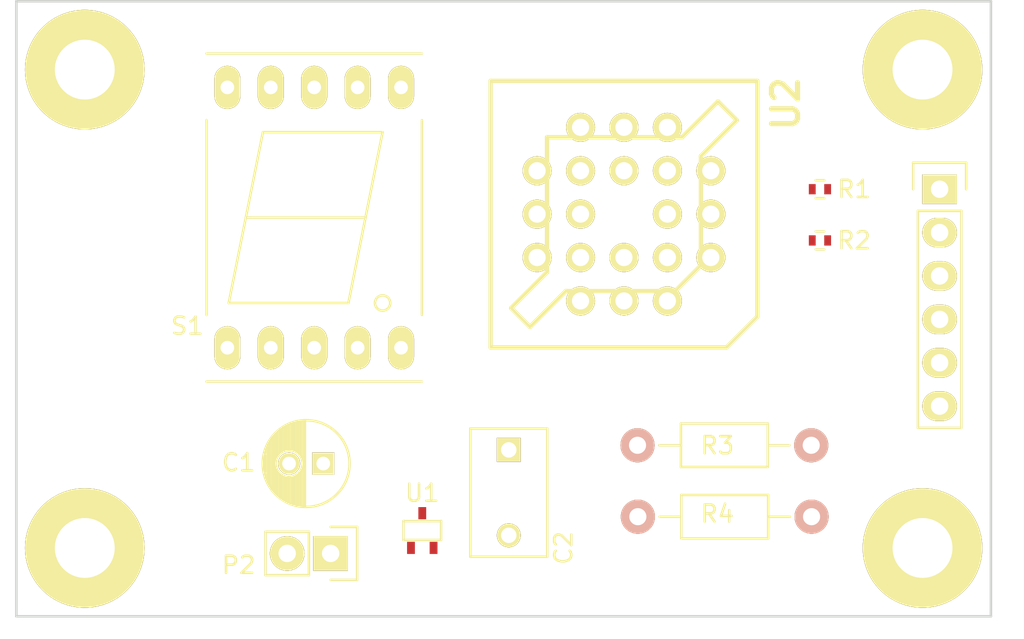
<source format=kicad_pcb>
(kicad_pcb (version 4) (host pcbnew 4.0.4+e1-6308~48~ubuntu16.04.1-stable)

  (general
    (links 31)
    (no_connects 31)
    (area 131.966667 98.924999 192.033334 136.575)
    (thickness 1.6)
    (drawings 4)
    (tracks 0)
    (zones 0)
    (modules 15)
    (nets 27)
  )

  (page A4)
  (layers
    (0 F.Cu signal)
    (1 In1.Cu signal)
    (2 In2.Cu signal)
    (31 B.Cu signal)
    (33 F.Adhes user)
    (35 F.Paste user)
    (37 F.SilkS user)
    (39 F.Mask user)
    (40 Dwgs.User user)
    (41 Cmts.User user)
    (42 Eco1.User user)
    (43 Eco2.User user)
    (44 Edge.Cuts user)
    (45 Margin user)
    (47 F.CrtYd user)
    (49 F.Fab user)
  )

  (setup
    (last_trace_width 0.25)
    (trace_clearance 0.2)
    (zone_clearance 0.508)
    (zone_45_only no)
    (trace_min 0.2)
    (segment_width 0.2)
    (edge_width 0.15)
    (via_size 0.6)
    (via_drill 0.4)
    (via_min_size 0.4)
    (via_min_drill 0.3)
    (user_via 1 0.7)
    (uvia_size 0.3)
    (uvia_drill 0.1)
    (uvias_allowed no)
    (uvia_min_size 0.2)
    (uvia_min_drill 0.1)
    (pcb_text_width 0.3)
    (pcb_text_size 1.5 1.5)
    (mod_edge_width 0.15)
    (mod_text_size 1 1)
    (mod_text_width 0.15)
    (pad_size 1.524 1.524)
    (pad_drill 0.762)
    (pad_to_mask_clearance 0.2)
    (aux_axis_origin 0 0)
    (visible_elements FFFEFF7F)
    (pcbplotparams
      (layerselection 0x00030_80000001)
      (usegerberextensions false)
      (excludeedgelayer true)
      (linewidth 0.100000)
      (plotframeref false)
      (viasonmask false)
      (mode 1)
      (useauxorigin false)
      (hpglpennumber 1)
      (hpglpenspeed 20)
      (hpglpendiameter 15)
      (hpglpenoverlay 2)
      (psnegative false)
      (psa4output false)
      (plotreference true)
      (plotvalue true)
      (plotinvisibletext false)
      (padsonsilk false)
      (subtractmaskfromsilk false)
      (outputformat 1)
      (mirror false)
      (drillshape 1)
      (scaleselection 1)
      (outputdirectory ""))
  )

  (net 0 "")
  (net 1 /12V)
  (net 2 GND)
  (net 3 +3V3)
  (net 4 "Net-(P1-Pad1)")
  (net 5 "Net-(P1-Pad2)")
  (net 6 /DIV)
  (net 7 "Net-(P1-Pad4)")
  (net 8 "Net-(P1-Pad5)")
  (net 9 "Net-(R1-Pad1)")
  (net 10 "Net-(R2-Pad1)")
  (net 11 "Net-(S1-Pad1)")
  (net 12 "Net-(S1-Pad2)")
  (net 13 "Net-(S1-Pad4)")
  (net 14 "Net-(S1-Pad5)")
  (net 15 "Net-(S1-Pad6)")
  (net 16 "Net-(S1-Pad7)")
  (net 17 "Net-(S1-Pad9)")
  (net 18 "Net-(S1-Pad10)")
  (net 19 "Net-(U2-Pad9)")
  (net 20 "Net-(U2-Pad10)")
  (net 21 "Net-(U2-Pad11)")
  (net 22 "Net-(U2-Pad12)")
  (net 23 "Net-(P3-Pad1)")
  (net 24 "Net-(P4-Pad1)")
  (net 25 "Net-(P5-Pad1)")
  (net 26 "Net-(P6-Pad1)")

  (net_class Default "This is the default net class."
    (clearance 0.2)
    (trace_width 0.25)
    (via_dia 0.6)
    (via_drill 0.4)
    (uvia_dia 0.3)
    (uvia_drill 0.1)
    (add_net /DIV)
    (add_net "Net-(P1-Pad1)")
    (add_net "Net-(P1-Pad2)")
    (add_net "Net-(P1-Pad4)")
    (add_net "Net-(P1-Pad5)")
    (add_net "Net-(P3-Pad1)")
    (add_net "Net-(P4-Pad1)")
    (add_net "Net-(P5-Pad1)")
    (add_net "Net-(P6-Pad1)")
    (add_net "Net-(R1-Pad1)")
    (add_net "Net-(R2-Pad1)")
    (add_net "Net-(S1-Pad1)")
    (add_net "Net-(S1-Pad10)")
    (add_net "Net-(S1-Pad2)")
    (add_net "Net-(S1-Pad4)")
    (add_net "Net-(S1-Pad5)")
    (add_net "Net-(S1-Pad6)")
    (add_net "Net-(S1-Pad7)")
    (add_net "Net-(S1-Pad9)")
    (add_net "Net-(U2-Pad10)")
    (add_net "Net-(U2-Pad11)")
    (add_net "Net-(U2-Pad12)")
    (add_net "Net-(U2-Pad9)")
  )

  (net_class POWER ""
    (clearance 0.2)
    (trace_width 0.4)
    (via_dia 0.6)
    (via_drill 0.4)
    (uvia_dia 0.3)
    (uvia_drill 0.1)
    (add_net +3V3)
    (add_net /12V)
    (add_net GND)
  )

  (module Capacitors_ThroughHole:C_Radial_D5_L11_P2 (layer F.Cu) (tedit 57FF91BA) (tstamp 57FF8CFB)
    (at 150.95 126.06 180)
    (descr "Radial Electrolytic Capacitor 5mm x Length 11mm, Pitch 2mm")
    (tags "Electrolytic Capacitor")
    (path /57FF7B06)
    (fp_text reference C1 (at 4.95 0.06 180) (layer F.SilkS)
      (effects (font (size 1 1) (thickness 0.15)))
    )
    (fp_text value C (at 1 3.8 180) (layer F.Fab)
      (effects (font (size 1 1) (thickness 0.15)))
    )
    (fp_line (start 1.075 -2.499) (end 1.075 2.499) (layer F.SilkS) (width 0.15))
    (fp_line (start 1.215 -2.491) (end 1.215 -0.154) (layer F.SilkS) (width 0.15))
    (fp_line (start 1.215 0.154) (end 1.215 2.491) (layer F.SilkS) (width 0.15))
    (fp_line (start 1.355 -2.475) (end 1.355 -0.473) (layer F.SilkS) (width 0.15))
    (fp_line (start 1.355 0.473) (end 1.355 2.475) (layer F.SilkS) (width 0.15))
    (fp_line (start 1.495 -2.451) (end 1.495 -0.62) (layer F.SilkS) (width 0.15))
    (fp_line (start 1.495 0.62) (end 1.495 2.451) (layer F.SilkS) (width 0.15))
    (fp_line (start 1.635 -2.418) (end 1.635 -0.712) (layer F.SilkS) (width 0.15))
    (fp_line (start 1.635 0.712) (end 1.635 2.418) (layer F.SilkS) (width 0.15))
    (fp_line (start 1.775 -2.377) (end 1.775 -0.768) (layer F.SilkS) (width 0.15))
    (fp_line (start 1.775 0.768) (end 1.775 2.377) (layer F.SilkS) (width 0.15))
    (fp_line (start 1.915 -2.327) (end 1.915 -0.795) (layer F.SilkS) (width 0.15))
    (fp_line (start 1.915 0.795) (end 1.915 2.327) (layer F.SilkS) (width 0.15))
    (fp_line (start 2.055 -2.266) (end 2.055 -0.798) (layer F.SilkS) (width 0.15))
    (fp_line (start 2.055 0.798) (end 2.055 2.266) (layer F.SilkS) (width 0.15))
    (fp_line (start 2.195 -2.196) (end 2.195 -0.776) (layer F.SilkS) (width 0.15))
    (fp_line (start 2.195 0.776) (end 2.195 2.196) (layer F.SilkS) (width 0.15))
    (fp_line (start 2.335 -2.114) (end 2.335 -0.726) (layer F.SilkS) (width 0.15))
    (fp_line (start 2.335 0.726) (end 2.335 2.114) (layer F.SilkS) (width 0.15))
    (fp_line (start 2.475 -2.019) (end 2.475 -0.644) (layer F.SilkS) (width 0.15))
    (fp_line (start 2.475 0.644) (end 2.475 2.019) (layer F.SilkS) (width 0.15))
    (fp_line (start 2.615 -1.908) (end 2.615 -0.512) (layer F.SilkS) (width 0.15))
    (fp_line (start 2.615 0.512) (end 2.615 1.908) (layer F.SilkS) (width 0.15))
    (fp_line (start 2.755 -1.78) (end 2.755 -0.265) (layer F.SilkS) (width 0.15))
    (fp_line (start 2.755 0.265) (end 2.755 1.78) (layer F.SilkS) (width 0.15))
    (fp_line (start 2.895 -1.631) (end 2.895 1.631) (layer F.SilkS) (width 0.15))
    (fp_line (start 3.035 -1.452) (end 3.035 1.452) (layer F.SilkS) (width 0.15))
    (fp_line (start 3.175 -1.233) (end 3.175 1.233) (layer F.SilkS) (width 0.15))
    (fp_line (start 3.315 -0.944) (end 3.315 0.944) (layer F.SilkS) (width 0.15))
    (fp_line (start 3.455 -0.472) (end 3.455 0.472) (layer F.SilkS) (width 0.15))
    (fp_circle (center 2 0) (end 2 -0.8) (layer F.SilkS) (width 0.15))
    (fp_circle (center 1 0) (end 1 -2.5375) (layer F.SilkS) (width 0.15))
    (fp_circle (center 1 0) (end 1 -2.8) (layer F.CrtYd) (width 0.05))
    (pad 1 thru_hole rect (at 0 0 180) (size 1.3 1.3) (drill 0.8) (layers *.Cu *.Mask F.SilkS)
      (net 1 /12V))
    (pad 2 thru_hole circle (at 2 0 180) (size 1.3 1.3) (drill 0.8) (layers *.Cu *.Mask F.SilkS)
      (net 2 GND))
    (model Capacitors_ThroughHole.3dshapes/C_Radial_D5_L11_P2.wrl
      (at (xyz 0 0 0))
      (scale (xyz 1 1 1))
      (rotate (xyz 0 0 0))
    )
  )

  (module Capacitors_ThroughHole:C_Disc_D7.5_P5 (layer F.Cu) (tedit 57FF91AB) (tstamp 57FF8D01)
    (at 161.8 125.26 270)
    (descr "Capacitor 7.5mm Disc, Pitch 5mm")
    (tags Capacitor)
    (path /57FF7A61)
    (fp_text reference C2 (at 5.74 -3.2 270) (layer F.SilkS)
      (effects (font (size 1 1) (thickness 0.15)))
    )
    (fp_text value C (at 2.5 3.5 270) (layer F.Fab)
      (effects (font (size 1 1) (thickness 0.15)))
    )
    (fp_line (start -1.5 -2.5) (end 6.5 -2.5) (layer F.CrtYd) (width 0.05))
    (fp_line (start 6.5 -2.5) (end 6.5 2.5) (layer F.CrtYd) (width 0.05))
    (fp_line (start 6.5 2.5) (end -1.5 2.5) (layer F.CrtYd) (width 0.05))
    (fp_line (start -1.5 2.5) (end -1.5 -2.5) (layer F.CrtYd) (width 0.05))
    (fp_line (start -1.25 -2.25) (end 6.25 -2.25) (layer F.SilkS) (width 0.15))
    (fp_line (start 6.25 -2.25) (end 6.25 2.25) (layer F.SilkS) (width 0.15))
    (fp_line (start 6.25 2.25) (end -1.25 2.25) (layer F.SilkS) (width 0.15))
    (fp_line (start -1.25 2.25) (end -1.25 -2.25) (layer F.SilkS) (width 0.15))
    (pad 1 thru_hole rect (at 0 0 270) (size 1.4 1.4) (drill 0.9) (layers *.Cu *.Mask F.SilkS)
      (net 3 +3V3))
    (pad 2 thru_hole circle (at 5 0 270) (size 1.4 1.4) (drill 0.9) (layers *.Cu *.Mask F.SilkS)
      (net 2 GND))
    (model Capacitors_ThroughHole.3dshapes/C_Disc_D7.5_P5.wrl
      (at (xyz 0.0984252 0 0))
      (scale (xyz 1 1 1))
      (rotate (xyz 0 0 0))
    )
  )

  (module Pin_Headers:Pin_Header_Straight_1x06 (layer F.Cu) (tedit 0) (tstamp 57FF8D0B)
    (at 187 110)
    (descr "Through hole pin header")
    (tags "pin header")
    (path /57FF8563)
    (fp_text reference P1 (at 0 -5.1) (layer F.SilkS)
      (effects (font (size 1 1) (thickness 0.15)))
    )
    (fp_text value CONN_01X06 (at 0 -3.1) (layer F.Fab)
      (effects (font (size 1 1) (thickness 0.15)))
    )
    (fp_line (start -1.75 -1.75) (end -1.75 14.45) (layer F.CrtYd) (width 0.05))
    (fp_line (start 1.75 -1.75) (end 1.75 14.45) (layer F.CrtYd) (width 0.05))
    (fp_line (start -1.75 -1.75) (end 1.75 -1.75) (layer F.CrtYd) (width 0.05))
    (fp_line (start -1.75 14.45) (end 1.75 14.45) (layer F.CrtYd) (width 0.05))
    (fp_line (start 1.27 1.27) (end 1.27 13.97) (layer F.SilkS) (width 0.15))
    (fp_line (start 1.27 13.97) (end -1.27 13.97) (layer F.SilkS) (width 0.15))
    (fp_line (start -1.27 13.97) (end -1.27 1.27) (layer F.SilkS) (width 0.15))
    (fp_line (start 1.55 -1.55) (end 1.55 0) (layer F.SilkS) (width 0.15))
    (fp_line (start 1.27 1.27) (end -1.27 1.27) (layer F.SilkS) (width 0.15))
    (fp_line (start -1.55 0) (end -1.55 -1.55) (layer F.SilkS) (width 0.15))
    (fp_line (start -1.55 -1.55) (end 1.55 -1.55) (layer F.SilkS) (width 0.15))
    (pad 1 thru_hole rect (at 0 0) (size 2.032 1.7272) (drill 1.016) (layers *.Cu *.Mask F.SilkS)
      (net 4 "Net-(P1-Pad1)"))
    (pad 2 thru_hole oval (at 0 2.54) (size 2.032 1.7272) (drill 1.016) (layers *.Cu *.Mask F.SilkS)
      (net 5 "Net-(P1-Pad2)"))
    (pad 3 thru_hole oval (at 0 5.08) (size 2.032 1.7272) (drill 1.016) (layers *.Cu *.Mask F.SilkS)
      (net 6 /DIV))
    (pad 4 thru_hole oval (at 0 7.62) (size 2.032 1.7272) (drill 1.016) (layers *.Cu *.Mask F.SilkS)
      (net 7 "Net-(P1-Pad4)"))
    (pad 5 thru_hole oval (at 0 10.16) (size 2.032 1.7272) (drill 1.016) (layers *.Cu *.Mask F.SilkS)
      (net 8 "Net-(P1-Pad5)"))
    (pad 6 thru_hole oval (at 0 12.7) (size 2.032 1.7272) (drill 1.016) (layers *.Cu *.Mask F.SilkS)
      (net 2 GND))
    (model Pin_Headers.3dshapes/Pin_Header_Straight_1x06.wrl
      (at (xyz 0 -0.25 0))
      (scale (xyz 1 1 1))
      (rotate (xyz 0 0 90))
    )
  )

  (module Pin_Headers:Pin_Header_Straight_1x02 (layer F.Cu) (tedit 57FF91B4) (tstamp 57FF8D11)
    (at 151.38 131.32 270)
    (descr "Through hole pin header")
    (tags "pin header")
    (path /57FF8861)
    (fp_text reference P2 (at 0.68 5.38 360) (layer F.SilkS)
      (effects (font (size 1 1) (thickness 0.15)))
    )
    (fp_text value CONN_01X02 (at 0 -3.1 270) (layer F.Fab)
      (effects (font (size 1 1) (thickness 0.15)))
    )
    (fp_line (start 1.27 1.27) (end 1.27 3.81) (layer F.SilkS) (width 0.15))
    (fp_line (start 1.55 -1.55) (end 1.55 0) (layer F.SilkS) (width 0.15))
    (fp_line (start -1.75 -1.75) (end -1.75 4.3) (layer F.CrtYd) (width 0.05))
    (fp_line (start 1.75 -1.75) (end 1.75 4.3) (layer F.CrtYd) (width 0.05))
    (fp_line (start -1.75 -1.75) (end 1.75 -1.75) (layer F.CrtYd) (width 0.05))
    (fp_line (start -1.75 4.3) (end 1.75 4.3) (layer F.CrtYd) (width 0.05))
    (fp_line (start 1.27 1.27) (end -1.27 1.27) (layer F.SilkS) (width 0.15))
    (fp_line (start -1.55 0) (end -1.55 -1.55) (layer F.SilkS) (width 0.15))
    (fp_line (start -1.55 -1.55) (end 1.55 -1.55) (layer F.SilkS) (width 0.15))
    (fp_line (start -1.27 1.27) (end -1.27 3.81) (layer F.SilkS) (width 0.15))
    (fp_line (start -1.27 3.81) (end 1.27 3.81) (layer F.SilkS) (width 0.15))
    (pad 1 thru_hole rect (at 0 0 270) (size 2.032 2.032) (drill 1.016) (layers *.Cu *.Mask F.SilkS)
      (net 1 /12V))
    (pad 2 thru_hole oval (at 0 2.54 270) (size 2.032 2.032) (drill 1.016) (layers *.Cu *.Mask F.SilkS)
      (net 2 GND))
    (model Pin_Headers.3dshapes/Pin_Header_Straight_1x02.wrl
      (at (xyz 0 -0.05 0))
      (scale (xyz 1 1 1))
      (rotate (xyz 0 0 90))
    )
  )

  (module Resistors_SMD:R_0402 (layer F.Cu) (tedit 57FF90CA) (tstamp 57FF8D17)
    (at 180 110)
    (descr "Resistor SMD 0402, reflow soldering, Vishay (see dcrcw.pdf)")
    (tags "resistor 0402")
    (path /57FF83DC)
    (attr smd)
    (fp_text reference R1 (at 2 0) (layer F.SilkS)
      (effects (font (size 1 1) (thickness 0.15)))
    )
    (fp_text value R (at 0 1.8) (layer F.Fab)
      (effects (font (size 1 1) (thickness 0.15)))
    )
    (fp_line (start -0.95 -0.65) (end 0.95 -0.65) (layer F.CrtYd) (width 0.05))
    (fp_line (start -0.95 0.65) (end 0.95 0.65) (layer F.CrtYd) (width 0.05))
    (fp_line (start -0.95 -0.65) (end -0.95 0.65) (layer F.CrtYd) (width 0.05))
    (fp_line (start 0.95 -0.65) (end 0.95 0.65) (layer F.CrtYd) (width 0.05))
    (fp_line (start 0.25 -0.525) (end -0.25 -0.525) (layer F.SilkS) (width 0.15))
    (fp_line (start -0.25 0.525) (end 0.25 0.525) (layer F.SilkS) (width 0.15))
    (pad 1 smd rect (at -0.45 0) (size 0.4 0.6) (layers F.Cu F.Paste F.Mask)
      (net 9 "Net-(R1-Pad1)"))
    (pad 2 smd rect (at 0.45 0) (size 0.4 0.6) (layers F.Cu F.Paste F.Mask)
      (net 4 "Net-(P1-Pad1)"))
    (model Resistors_SMD.3dshapes/R_0402.wrl
      (at (xyz 0 0 0))
      (scale (xyz 1 1 1))
      (rotate (xyz 0 0 0))
    )
  )

  (module Resistors_SMD:R_0402 (layer F.Cu) (tedit 57FF90CD) (tstamp 57FF8D1D)
    (at 180 113)
    (descr "Resistor SMD 0402, reflow soldering, Vishay (see dcrcw.pdf)")
    (tags "resistor 0402")
    (path /57FF8328)
    (attr smd)
    (fp_text reference R2 (at 2 0) (layer F.SilkS)
      (effects (font (size 1 1) (thickness 0.15)))
    )
    (fp_text value R (at 0 1.8) (layer F.Fab)
      (effects (font (size 1 1) (thickness 0.15)))
    )
    (fp_line (start -0.95 -0.65) (end 0.95 -0.65) (layer F.CrtYd) (width 0.05))
    (fp_line (start -0.95 0.65) (end 0.95 0.65) (layer F.CrtYd) (width 0.05))
    (fp_line (start -0.95 -0.65) (end -0.95 0.65) (layer F.CrtYd) (width 0.05))
    (fp_line (start 0.95 -0.65) (end 0.95 0.65) (layer F.CrtYd) (width 0.05))
    (fp_line (start 0.25 -0.525) (end -0.25 -0.525) (layer F.SilkS) (width 0.15))
    (fp_line (start -0.25 0.525) (end 0.25 0.525) (layer F.SilkS) (width 0.15))
    (pad 1 smd rect (at -0.45 0) (size 0.4 0.6) (layers F.Cu F.Paste F.Mask)
      (net 10 "Net-(R2-Pad1)"))
    (pad 2 smd rect (at 0.45 0) (size 0.4 0.6) (layers F.Cu F.Paste F.Mask)
      (net 5 "Net-(P1-Pad2)"))
    (model Resistors_SMD.3dshapes/R_0402.wrl
      (at (xyz 0 0 0))
      (scale (xyz 1 1 1))
      (rotate (xyz 0 0 0))
    )
  )

  (module Resistors_ThroughHole:Resistor_Horizontal_RM10mm (layer F.Cu) (tedit 57FF91A6) (tstamp 57FF8D23)
    (at 169.35 129.17)
    (descr "Resistor, Axial,  RM 10mm, 1/3W")
    (tags "Resistor Axial RM 10mm 1/3W")
    (path /57FF7C68)
    (fp_text reference R3 (at 4.65 -4.17) (layer F.SilkS)
      (effects (font (size 1 1) (thickness 0.15)))
    )
    (fp_text value R (at 5.08 3.81) (layer F.Fab)
      (effects (font (size 1 1) (thickness 0.15)))
    )
    (fp_line (start -1.25 -1.5) (end 11.4 -1.5) (layer F.CrtYd) (width 0.05))
    (fp_line (start -1.25 1.5) (end -1.25 -1.5) (layer F.CrtYd) (width 0.05))
    (fp_line (start 11.4 -1.5) (end 11.4 1.5) (layer F.CrtYd) (width 0.05))
    (fp_line (start -1.25 1.5) (end 11.4 1.5) (layer F.CrtYd) (width 0.05))
    (fp_line (start 2.54 -1.27) (end 7.62 -1.27) (layer F.SilkS) (width 0.15))
    (fp_line (start 7.62 -1.27) (end 7.62 1.27) (layer F.SilkS) (width 0.15))
    (fp_line (start 7.62 1.27) (end 2.54 1.27) (layer F.SilkS) (width 0.15))
    (fp_line (start 2.54 1.27) (end 2.54 -1.27) (layer F.SilkS) (width 0.15))
    (fp_line (start 2.54 0) (end 1.27 0) (layer F.SilkS) (width 0.15))
    (fp_line (start 7.62 0) (end 8.89 0) (layer F.SilkS) (width 0.15))
    (pad 1 thru_hole circle (at 0 0) (size 1.99898 1.99898) (drill 1.00076) (layers *.Cu *.SilkS *.Mask)
      (net 1 /12V))
    (pad 2 thru_hole circle (at 10.16 0) (size 1.99898 1.99898) (drill 1.00076) (layers *.Cu *.SilkS *.Mask)
      (net 6 /DIV))
    (model Resistors_ThroughHole.3dshapes/Resistor_Horizontal_RM10mm.wrl
      (at (xyz 0.2 0 0))
      (scale (xyz 0.4 0.4 0.4))
      (rotate (xyz 0 0 0))
    )
  )

  (module Resistors_ThroughHole:Resistor_Horizontal_RM10mm (layer F.Cu) (tedit 57FF919F) (tstamp 57FF8D29)
    (at 179.49 124.99 180)
    (descr "Resistor, Axial,  RM 10mm, 1/3W")
    (tags "Resistor Axial RM 10mm 1/3W")
    (path /57FF8D0B)
    (fp_text reference R4 (at 5.49 -4.01 180) (layer F.SilkS)
      (effects (font (size 1 1) (thickness 0.15)))
    )
    (fp_text value R (at 5.08 3.81 180) (layer F.Fab)
      (effects (font (size 1 1) (thickness 0.15)))
    )
    (fp_line (start -1.25 -1.5) (end 11.4 -1.5) (layer F.CrtYd) (width 0.05))
    (fp_line (start -1.25 1.5) (end -1.25 -1.5) (layer F.CrtYd) (width 0.05))
    (fp_line (start 11.4 -1.5) (end 11.4 1.5) (layer F.CrtYd) (width 0.05))
    (fp_line (start -1.25 1.5) (end 11.4 1.5) (layer F.CrtYd) (width 0.05))
    (fp_line (start 2.54 -1.27) (end 7.62 -1.27) (layer F.SilkS) (width 0.15))
    (fp_line (start 7.62 -1.27) (end 7.62 1.27) (layer F.SilkS) (width 0.15))
    (fp_line (start 7.62 1.27) (end 2.54 1.27) (layer F.SilkS) (width 0.15))
    (fp_line (start 2.54 1.27) (end 2.54 -1.27) (layer F.SilkS) (width 0.15))
    (fp_line (start 2.54 0) (end 1.27 0) (layer F.SilkS) (width 0.15))
    (fp_line (start 7.62 0) (end 8.89 0) (layer F.SilkS) (width 0.15))
    (pad 1 thru_hole circle (at 0 0 180) (size 1.99898 1.99898) (drill 1.00076) (layers *.Cu *.SilkS *.Mask)
      (net 6 /DIV))
    (pad 2 thru_hole circle (at 10.16 0 180) (size 1.99898 1.99898) (drill 1.00076) (layers *.Cu *.SilkS *.Mask)
      (net 2 GND))
    (model Resistors_ThroughHole.3dshapes/Resistor_Horizontal_RM10mm.wrl
      (at (xyz 0.2 0 0))
      (scale (xyz 0.4 0.4 0.4))
      (rotate (xyz 0 0 0))
    )
  )

  (module Displays_7-Segment:7SegmentLED_LTS6760_LTS6780 (layer F.Cu) (tedit 57FF90DD) (tstamp 57FF8D37)
    (at 150.42 111.66)
    (path /57FF7DDE)
    (fp_text reference S1 (at -7.42 6.34) (layer F.SilkS)
      (effects (font (size 1 1) (thickness 0.15)))
    )
    (fp_text value 7SEGM (at -0.4 12) (layer F.Fab)
      (effects (font (size 1 1) (thickness 0.15)))
    )
    (fp_circle (center 4 5) (end 4.4 5.2) (layer F.SilkS) (width 0.15))
    (fp_line (start -3 -5) (end -4 0) (layer F.SilkS) (width 0.15))
    (fp_line (start -4 0) (end -5 5) (layer F.SilkS) (width 0.15))
    (fp_line (start -5 5) (end 2 5) (layer F.SilkS) (width 0.15))
    (fp_line (start 2 5) (end 3 0) (layer F.SilkS) (width 0.15))
    (fp_line (start 4 -5) (end 3 0) (layer F.SilkS) (width 0.15))
    (fp_line (start 3 0) (end -4 0) (layer F.SilkS) (width 0.15))
    (fp_line (start -3 -5) (end 4 -5) (layer F.SilkS) (width 0.15))
    (fp_line (start 6.3 9.6) (end -6.3 9.6) (layer F.SilkS) (width 0.15))
    (fp_line (start -6.3 -5.7) (end -6.3 5.7) (layer F.SilkS) (width 0.15))
    (fp_line (start 6.3 -5.7) (end 6.3 5.7) (layer F.SilkS) (width 0.15))
    (fp_line (start -6.3 -9.6) (end 6.3 -9.6) (layer F.SilkS) (width 0.15))
    (pad 1 thru_hole oval (at -5.08 7.62) (size 1.524 2.524) (drill 0.8) (layers *.Cu *.Mask F.SilkS)
      (net 11 "Net-(S1-Pad1)"))
    (pad 2 thru_hole oval (at -2.54 7.62) (size 1.524 2.524) (drill 0.8) (layers *.Cu *.Mask F.SilkS)
      (net 12 "Net-(S1-Pad2)"))
    (pad 3 thru_hole oval (at 0 7.62) (size 1.524 2.524) (drill 0.8) (layers *.Cu *.Mask F.SilkS)
      (net 2 GND))
    (pad 4 thru_hole oval (at 2.54 7.62) (size 1.524 2.524) (drill 0.8) (layers *.Cu *.Mask F.SilkS)
      (net 13 "Net-(S1-Pad4)"))
    (pad 5 thru_hole oval (at 5.08 7.62) (size 1.524 2.524) (drill 0.8) (layers *.Cu *.Mask F.SilkS)
      (net 14 "Net-(S1-Pad5)"))
    (pad 6 thru_hole oval (at 5.08 -7.62) (size 1.524 2.524) (drill 0.8) (layers *.Cu *.Mask F.SilkS)
      (net 15 "Net-(S1-Pad6)"))
    (pad 7 thru_hole oval (at 2.54 -7.62) (size 1.524 2.524) (drill 0.8) (layers *.Cu *.Mask F.SilkS)
      (net 16 "Net-(S1-Pad7)"))
    (pad 8 thru_hole oval (at 0 -7.62) (size 1.524 2.524) (drill 0.8) (layers *.Cu *.Mask F.SilkS)
      (net 2 GND))
    (pad 9 thru_hole oval (at -2.54 -7.62) (size 1.524 2.524) (drill 0.8) (layers *.Cu *.Mask F.SilkS)
      (net 17 "Net-(S1-Pad9)"))
    (pad 10 thru_hole oval (at -5.08 -7.62) (size 1.524 2.524) (drill 0.8) (layers *.Cu *.Mask F.SilkS)
      (net 18 "Net-(S1-Pad10)"))
    (model Displays_7-Segment.3dshapes/7SegmentLED_LTS6760_LTS6780.wrl
      (at (xyz 0 0 0))
      (scale (xyz 0.3937 0.3937 0.3937))
      (rotate (xyz 0 0 0))
    )
  )

  (module MY_FOOTPRINTS:SC-70 (layer F.Cu) (tedit 56EA2234) (tstamp 57FF8D47)
    (at 156.74 129.98)
    (descr "SC70 SOT323")
    (path /57FFA250)
    (attr smd)
    (fp_text reference U1 (at 0 -2.2) (layer F.SilkS)
      (effects (font (size 1 1) (thickness 0.15)))
    )
    (fp_text value REG12V3V (at 0 2.4) (layer F.Fab)
      (effects (font (size 1 1) (thickness 0.15)))
    )
    (fp_line (start 1.3 -1.7) (end 1.3 1.7) (layer F.CrtYd) (width 0.05))
    (fp_line (start -1.3 -1.7) (end 1.3 -1.7) (layer F.CrtYd) (width 0.05))
    (fp_line (start -1.3 1.7) (end -1.3 -1.7) (layer F.CrtYd) (width 0.05))
    (fp_line (start 1.3 1.7) (end -1.3 1.7) (layer F.CrtYd) (width 0.05))
    (fp_line (start -1.1 -0.55) (end -1.1 0.55) (layer F.SilkS) (width 0.15))
    (fp_line (start -1.1 0.55) (end 1.1 0.55) (layer F.SilkS) (width 0.15))
    (fp_line (start 1.1 0.55) (end 1.1 -0.55) (layer F.SilkS) (width 0.15))
    (fp_line (start 1.1 -0.55) (end -1.05 -0.55) (layer F.SilkS) (width 0.15))
    (fp_line (start -1.05 -0.55) (end -1.1 -0.55) (layer F.SilkS) (width 0.15))
    (pad 1 smd rect (at -0.6604 1.016) (size 0.4572 0.7112) (layers F.Cu F.Paste F.Mask)
      (net 1 /12V))
    (pad 2 smd rect (at 0.6604 1.016) (size 0.4572 0.7112) (layers F.Cu F.Paste F.Mask)
      (net 2 GND))
    (pad 3 smd rect (at 0 -1.016) (size 0.4572 0.7112) (layers F.Cu F.Paste F.Mask)
      (net 3 +3V3))
    (model TO_SOT_Packages_SMD.3dshapes/SC-70.wrl
      (at (xyz 0 0 0))
      (scale (xyz 1 1 1))
      (rotate (xyz 0 0 0))
    )
  )

  (module w_pth_plcc:plcc20_pth-skt (layer F.Cu) (tedit 57FF9194) (tstamp 57FF8D5F)
    (at 168.537341 111.4592)
    (path /57FF8066)
    (fp_text reference U2 (at 9.462659 -6.4592 90) (layer F.SilkS)
      (effects (font (thickness 0.3048)))
    )
    (fp_text value MYASIC (at 0.462659 9.5408) (layer F.SilkS) hide
      (effects (font (thickness 0.3048)))
    )
    (fp_line (start -4.50088 3.40106) (end -4.50088 -4.50088) (layer F.SilkS) (width 0.254))
    (fp_line (start -4.50088 -4.50088) (end 3.40106 -4.50088) (layer F.SilkS) (width 0.254))
    (fp_line (start 3.40106 -4.50088) (end 5.4991 -6.59892) (layer F.SilkS) (width 0.254))
    (fp_line (start 5.4991 -6.59892) (end 6.59892 -5.4991) (layer F.SilkS) (width 0.254))
    (fp_line (start 6.59892 -5.4991) (end 4.50088 -3.40106) (layer F.SilkS) (width 0.254))
    (fp_line (start 4.50088 -3.40106) (end 4.50088 2.99974) (layer F.SilkS) (width 0.254))
    (fp_line (start 4.50088 2.99974) (end 2.99974 4.50088) (layer F.SilkS) (width 0.254))
    (fp_line (start 2.99974 4.50088) (end -3.40106 4.50088) (layer F.SilkS) (width 0.254))
    (fp_line (start -4.50088 3.40106) (end -6.59892 5.4991) (layer F.SilkS) (width 0.254))
    (fp_line (start -6.59892 5.4991) (end -5.4991 6.59892) (layer F.SilkS) (width 0.254))
    (fp_line (start -5.4991 6.59892) (end -3.40106 4.50088) (layer F.SilkS) (width 0.254))
    (fp_line (start 7.80034 -7.80034) (end -7.80034 -7.80034) (layer F.SilkS) (width 0.254))
    (fp_line (start -7.80034 -7.80034) (end -7.80034 7.80034) (layer F.SilkS) (width 0.254))
    (fp_line (start -7.80034 7.80034) (end 5.99948 7.80034) (layer F.SilkS) (width 0.254))
    (fp_line (start 5.99948 7.80034) (end 7.80034 5.99948) (layer F.SilkS) (width 0.254))
    (fp_line (start 7.80034 5.99948) (end 7.80034 -7.80034) (layer F.SilkS) (width 0.254))
    (pad 1 thru_hole circle (at 0 5.08) (size 1.69926 1.69926) (drill 1.00076) (layers *.Cu *.Mask F.SilkS)
      (net 3 +3V3))
    (pad 2 thru_hole circle (at 0 2.54) (size 1.69926 1.69926) (drill 1.00076) (layers *.Cu *.Mask F.SilkS)
      (net 2 GND))
    (pad 3 thru_hole circle (at 2.54 5.08) (size 1.69926 1.69926) (drill 1.00076) (layers *.Cu *.Mask F.SilkS)
      (net 9 "Net-(R1-Pad1)"))
    (pad 4 thru_hole circle (at 5.08 2.54) (size 1.69926 1.69926) (drill 1.00076) (layers *.Cu *.Mask F.SilkS)
      (net 10 "Net-(R2-Pad1)"))
    (pad 5 thru_hole circle (at 2.54 2.54) (size 1.69926 1.69926) (drill 1.00076) (layers *.Cu *.Mask F.SilkS)
      (net 6 /DIV))
    (pad 6 thru_hole circle (at 5.08 0) (size 1.69926 1.69926) (drill 1.00076) (layers *.Cu *.Mask F.SilkS)
      (net 7 "Net-(P1-Pad4)"))
    (pad 7 thru_hole circle (at 2.54 0) (size 1.69926 1.69926) (drill 1.00076) (layers *.Cu *.Mask F.SilkS)
      (net 8 "Net-(P1-Pad5)"))
    (pad 8 thru_hole circle (at 5.08 -2.54) (size 1.69926 1.69926) (drill 1.00076) (layers *.Cu *.Mask F.SilkS)
      (net 2 GND))
    (pad 9 thru_hole circle (at 2.54 -5.08) (size 1.69926 1.69926) (drill 1.00076) (layers *.Cu *.Mask F.SilkS)
      (net 19 "Net-(U2-Pad9)"))
    (pad 10 thru_hole circle (at 2.54 -2.54) (size 1.69926 1.69926) (drill 1.00076) (layers *.Cu *.Mask F.SilkS)
      (net 20 "Net-(U2-Pad10)"))
    (pad 11 thru_hole circle (at 0 -5.08) (size 1.69926 1.69926) (drill 1.00076) (layers *.Cu *.Mask F.SilkS)
      (net 21 "Net-(U2-Pad11)"))
    (pad 12 thru_hole circle (at 0 -2.54) (size 1.69926 1.69926) (drill 1.00076) (layers *.Cu *.Mask F.SilkS)
      (net 22 "Net-(U2-Pad12)"))
    (pad 13 thru_hole circle (at -2.54 -5.08) (size 1.69926 1.69926) (drill 1.00076) (layers *.Cu *.Mask F.SilkS)
      (net 14 "Net-(S1-Pad5)"))
    (pad 14 thru_hole circle (at -5.08 -2.54) (size 1.69926 1.69926) (drill 1.00076) (layers *.Cu *.Mask F.SilkS)
      (net 18 "Net-(S1-Pad10)"))
    (pad 15 thru_hole circle (at -2.54 -2.54) (size 1.69926 1.69926) (drill 1.00076) (layers *.Cu *.Mask F.SilkS)
      (net 17 "Net-(S1-Pad9)"))
    (pad 16 thru_hole circle (at -5.08 0) (size 1.69926 1.69926) (drill 1.00076) (layers *.Cu *.Mask F.SilkS)
      (net 11 "Net-(S1-Pad1)"))
    (pad 17 thru_hole circle (at -2.54 0) (size 1.69926 1.69926) (drill 1.00076) (layers *.Cu *.Mask F.SilkS)
      (net 12 "Net-(S1-Pad2)"))
    (pad 18 thru_hole circle (at -5.08 2.54) (size 1.69926 1.69926) (drill 1.00076) (layers *.Cu *.Mask F.SilkS)
      (net 13 "Net-(S1-Pad4)"))
    (pad 19 thru_hole circle (at -2.54 5.08) (size 1.69926 1.69926) (drill 1.00076) (layers *.Cu *.Mask F.SilkS)
      (net 15 "Net-(S1-Pad6)"))
    (pad 20 thru_hole circle (at -2.54 2.54) (size 1.69926 1.69926) (drill 1.00076) (layers *.Cu *.Mask F.SilkS)
      (net 16 "Net-(S1-Pad7)"))
    (model walter/pth_plcc/plcc20_pth-skt.wrl
      (at (xyz 0 0 0))
      (scale (xyz 1 1 1))
      (rotate (xyz 0 0 0))
    )
  )

  (module Mounting_Holes:MountingHole_3.5mm_Pad (layer F.Cu) (tedit 57FF90D8) (tstamp 57FF8FC9)
    (at 137 103)
    (descr "Mounting Hole 3.5mm")
    (tags "mounting hole 3.5mm")
    (path /57FFAC41)
    (fp_text reference P3 (at 0 0) (layer F.SilkS)
      (effects (font (size 1 1) (thickness 0.15)))
    )
    (fp_text value CONN_01X01 (at 0 4.5) (layer F.Fab)
      (effects (font (size 1 1) (thickness 0.15)))
    )
    (fp_circle (center 0 0) (end 3.5 0) (layer Cmts.User) (width 0.15))
    (fp_circle (center 0 0) (end 3.75 0) (layer F.CrtYd) (width 0.05))
    (pad 1 thru_hole circle (at 0 0) (size 7 7) (drill 3.5) (layers *.Cu *.Mask F.SilkS)
      (net 23 "Net-(P3-Pad1)"))
  )

  (module Mounting_Holes:MountingHole_3.5mm_Pad (layer F.Cu) (tedit 57FF90D0) (tstamp 57FF8FCE)
    (at 186 103)
    (descr "Mounting Hole 3.5mm")
    (tags "mounting hole 3.5mm")
    (path /57FFAE8D)
    (fp_text reference P4 (at 0 0) (layer F.SilkS)
      (effects (font (size 1 1) (thickness 0.15)))
    )
    (fp_text value CONN_01X01 (at 0 4.5) (layer F.Fab)
      (effects (font (size 1 1) (thickness 0.15)))
    )
    (fp_circle (center 0 0) (end 3.5 0) (layer Cmts.User) (width 0.15))
    (fp_circle (center 0 0) (end 3.75 0) (layer F.CrtYd) (width 0.05))
    (pad 1 thru_hole circle (at 0 0) (size 7 7) (drill 3.5) (layers *.Cu *.Mask F.SilkS)
      (net 24 "Net-(P4-Pad1)"))
  )

  (module Mounting_Holes:MountingHole_3.5mm_Pad (layer F.Cu) (tedit 57FF90E1) (tstamp 57FF8FD3)
    (at 137 131)
    (descr "Mounting Hole 3.5mm")
    (tags "mounting hole 3.5mm")
    (path /57FFADF8)
    (fp_text reference P5 (at 0 1) (layer F.SilkS)
      (effects (font (size 1 1) (thickness 0.15)))
    )
    (fp_text value CONN_01X01 (at 0 4.5) (layer F.Fab)
      (effects (font (size 1 1) (thickness 0.15)))
    )
    (fp_circle (center 0 0) (end 3.5 0) (layer Cmts.User) (width 0.15))
    (fp_circle (center 0 0) (end 3.75 0) (layer F.CrtYd) (width 0.05))
    (pad 1 thru_hole circle (at 0 0) (size 7 7) (drill 3.5) (layers *.Cu *.Mask F.SilkS)
      (net 25 "Net-(P5-Pad1)"))
  )

  (module Mounting_Holes:MountingHole_3.5mm_Pad (layer F.Cu) (tedit 57FF90D2) (tstamp 57FF8FD8)
    (at 186 131)
    (descr "Mounting Hole 3.5mm")
    (tags "mounting hole 3.5mm")
    (path /57FFAE45)
    (fp_text reference P6 (at 0 0) (layer F.SilkS)
      (effects (font (size 1 1) (thickness 0.15)))
    )
    (fp_text value CONN_01X01 (at 0 4.5) (layer F.Fab)
      (effects (font (size 1 1) (thickness 0.15)))
    )
    (fp_circle (center 0 0) (end 3.5 0) (layer Cmts.User) (width 0.15))
    (fp_circle (center 0 0) (end 3.75 0) (layer F.CrtYd) (width 0.05))
    (pad 1 thru_hole circle (at 0 0) (size 7 7) (drill 3.5) (layers *.Cu *.Mask F.SilkS)
      (net 26 "Net-(P6-Pad1)"))
  )

  (gr_line (start 133 135) (end 133 99) (angle 90) (layer Edge.Cuts) (width 0.15))
  (gr_line (start 190 135) (end 133 135) (angle 90) (layer Edge.Cuts) (width 0.15))
  (gr_line (start 190 99) (end 190 135) (angle 90) (layer Edge.Cuts) (width 0.15))
  (gr_line (start 133 99) (end 190 99) (angle 90) (layer Edge.Cuts) (width 0.15))

)

</source>
